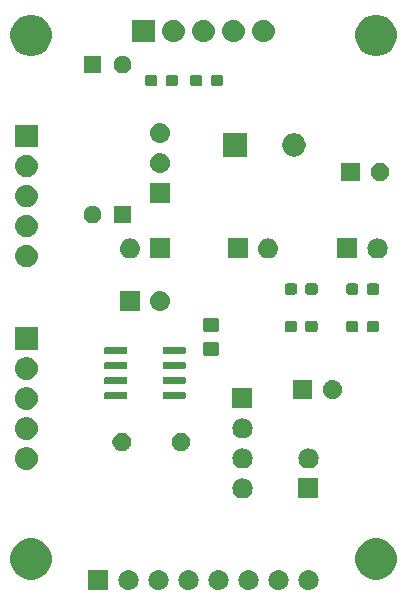
<source format=gbr>
G04 #@! TF.GenerationSoftware,KiCad,Pcbnew,(5.1.2-1)-1*
G04 #@! TF.CreationDate,2019-06-23T15:45:02-04:00*
G04 #@! TF.ProjectId,GR_555_DEV1.0,47525f35-3535-45f4-9445-56312e302e6b,rev?*
G04 #@! TF.SameCoordinates,Original*
G04 #@! TF.FileFunction,Soldermask,Top*
G04 #@! TF.FilePolarity,Negative*
%FSLAX46Y46*%
G04 Gerber Fmt 4.6, Leading zero omitted, Abs format (unit mm)*
G04 Created by KiCad (PCBNEW (5.1.2-1)-1) date 2019-06-23 15:45:02*
%MOMM*%
%LPD*%
G04 APERTURE LIST*
%ADD10C,0.100000*%
G04 APERTURE END LIST*
D10*
G36*
X192698633Y-111303300D02*
G01*
X192826810Y-111342182D01*
X192858855Y-111351903D01*
X192898319Y-111372997D01*
X193006518Y-111430830D01*
X193135948Y-111537052D01*
X193242170Y-111666482D01*
X193272012Y-111722314D01*
X193321097Y-111814145D01*
X193321097Y-111814146D01*
X193369700Y-111974367D01*
X193386112Y-112141000D01*
X193369700Y-112307633D01*
X193330818Y-112435810D01*
X193321097Y-112467855D01*
X193300003Y-112507319D01*
X193242170Y-112615518D01*
X193135948Y-112744948D01*
X193006518Y-112851170D01*
X192898319Y-112909003D01*
X192858855Y-112930097D01*
X192826810Y-112939818D01*
X192698633Y-112978700D01*
X192573753Y-112991000D01*
X192490247Y-112991000D01*
X192365367Y-112978700D01*
X192237190Y-112939818D01*
X192205145Y-112930097D01*
X192165681Y-112909003D01*
X192057482Y-112851170D01*
X191928052Y-112744948D01*
X191821830Y-112615518D01*
X191763997Y-112507319D01*
X191742903Y-112467855D01*
X191733182Y-112435810D01*
X191694300Y-112307633D01*
X191677888Y-112141000D01*
X191694300Y-111974367D01*
X191742903Y-111814146D01*
X191742903Y-111814145D01*
X191791988Y-111722314D01*
X191821830Y-111666482D01*
X191928052Y-111537052D01*
X192057482Y-111430830D01*
X192165681Y-111372997D01*
X192205145Y-111351903D01*
X192237190Y-111342182D01*
X192365367Y-111303300D01*
X192490247Y-111291000D01*
X192573753Y-111291000D01*
X192698633Y-111303300D01*
X192698633Y-111303300D01*
G37*
G36*
X190158633Y-111303300D02*
G01*
X190286810Y-111342182D01*
X190318855Y-111351903D01*
X190358319Y-111372997D01*
X190466518Y-111430830D01*
X190595948Y-111537052D01*
X190702170Y-111666482D01*
X190732012Y-111722314D01*
X190781097Y-111814145D01*
X190781097Y-111814146D01*
X190829700Y-111974367D01*
X190846112Y-112141000D01*
X190829700Y-112307633D01*
X190790818Y-112435810D01*
X190781097Y-112467855D01*
X190760003Y-112507319D01*
X190702170Y-112615518D01*
X190595948Y-112744948D01*
X190466518Y-112851170D01*
X190358319Y-112909003D01*
X190318855Y-112930097D01*
X190286810Y-112939818D01*
X190158633Y-112978700D01*
X190033753Y-112991000D01*
X189950247Y-112991000D01*
X189825367Y-112978700D01*
X189697190Y-112939818D01*
X189665145Y-112930097D01*
X189625681Y-112909003D01*
X189517482Y-112851170D01*
X189388052Y-112744948D01*
X189281830Y-112615518D01*
X189223997Y-112507319D01*
X189202903Y-112467855D01*
X189193182Y-112435810D01*
X189154300Y-112307633D01*
X189137888Y-112141000D01*
X189154300Y-111974367D01*
X189202903Y-111814146D01*
X189202903Y-111814145D01*
X189251988Y-111722314D01*
X189281830Y-111666482D01*
X189388052Y-111537052D01*
X189517482Y-111430830D01*
X189625681Y-111372997D01*
X189665145Y-111351903D01*
X189697190Y-111342182D01*
X189825367Y-111303300D01*
X189950247Y-111291000D01*
X190033753Y-111291000D01*
X190158633Y-111303300D01*
X190158633Y-111303300D01*
G37*
G36*
X187618633Y-111303300D02*
G01*
X187746810Y-111342182D01*
X187778855Y-111351903D01*
X187818319Y-111372997D01*
X187926518Y-111430830D01*
X188055948Y-111537052D01*
X188162170Y-111666482D01*
X188192012Y-111722314D01*
X188241097Y-111814145D01*
X188241097Y-111814146D01*
X188289700Y-111974367D01*
X188306112Y-112141000D01*
X188289700Y-112307633D01*
X188250818Y-112435810D01*
X188241097Y-112467855D01*
X188220003Y-112507319D01*
X188162170Y-112615518D01*
X188055948Y-112744948D01*
X187926518Y-112851170D01*
X187818319Y-112909003D01*
X187778855Y-112930097D01*
X187746810Y-112939818D01*
X187618633Y-112978700D01*
X187493753Y-112991000D01*
X187410247Y-112991000D01*
X187285367Y-112978700D01*
X187157190Y-112939818D01*
X187125145Y-112930097D01*
X187085681Y-112909003D01*
X186977482Y-112851170D01*
X186848052Y-112744948D01*
X186741830Y-112615518D01*
X186683997Y-112507319D01*
X186662903Y-112467855D01*
X186653182Y-112435810D01*
X186614300Y-112307633D01*
X186597888Y-112141000D01*
X186614300Y-111974367D01*
X186662903Y-111814146D01*
X186662903Y-111814145D01*
X186711988Y-111722314D01*
X186741830Y-111666482D01*
X186848052Y-111537052D01*
X186977482Y-111430830D01*
X187085681Y-111372997D01*
X187125145Y-111351903D01*
X187157190Y-111342182D01*
X187285367Y-111303300D01*
X187410247Y-111291000D01*
X187493753Y-111291000D01*
X187618633Y-111303300D01*
X187618633Y-111303300D01*
G37*
G36*
X185078633Y-111303300D02*
G01*
X185206810Y-111342182D01*
X185238855Y-111351903D01*
X185278319Y-111372997D01*
X185386518Y-111430830D01*
X185515948Y-111537052D01*
X185622170Y-111666482D01*
X185652012Y-111722314D01*
X185701097Y-111814145D01*
X185701097Y-111814146D01*
X185749700Y-111974367D01*
X185766112Y-112141000D01*
X185749700Y-112307633D01*
X185710818Y-112435810D01*
X185701097Y-112467855D01*
X185680003Y-112507319D01*
X185622170Y-112615518D01*
X185515948Y-112744948D01*
X185386518Y-112851170D01*
X185278319Y-112909003D01*
X185238855Y-112930097D01*
X185206810Y-112939818D01*
X185078633Y-112978700D01*
X184953753Y-112991000D01*
X184870247Y-112991000D01*
X184745367Y-112978700D01*
X184617190Y-112939818D01*
X184585145Y-112930097D01*
X184545681Y-112909003D01*
X184437482Y-112851170D01*
X184308052Y-112744948D01*
X184201830Y-112615518D01*
X184143997Y-112507319D01*
X184122903Y-112467855D01*
X184113182Y-112435810D01*
X184074300Y-112307633D01*
X184057888Y-112141000D01*
X184074300Y-111974367D01*
X184122903Y-111814146D01*
X184122903Y-111814145D01*
X184171988Y-111722314D01*
X184201830Y-111666482D01*
X184308052Y-111537052D01*
X184437482Y-111430830D01*
X184545681Y-111372997D01*
X184585145Y-111351903D01*
X184617190Y-111342182D01*
X184745367Y-111303300D01*
X184870247Y-111291000D01*
X184953753Y-111291000D01*
X185078633Y-111303300D01*
X185078633Y-111303300D01*
G37*
G36*
X182538633Y-111303300D02*
G01*
X182666810Y-111342182D01*
X182698855Y-111351903D01*
X182738319Y-111372997D01*
X182846518Y-111430830D01*
X182975948Y-111537052D01*
X183082170Y-111666482D01*
X183112012Y-111722314D01*
X183161097Y-111814145D01*
X183161097Y-111814146D01*
X183209700Y-111974367D01*
X183226112Y-112141000D01*
X183209700Y-112307633D01*
X183170818Y-112435810D01*
X183161097Y-112467855D01*
X183140003Y-112507319D01*
X183082170Y-112615518D01*
X182975948Y-112744948D01*
X182846518Y-112851170D01*
X182738319Y-112909003D01*
X182698855Y-112930097D01*
X182666810Y-112939818D01*
X182538633Y-112978700D01*
X182413753Y-112991000D01*
X182330247Y-112991000D01*
X182205367Y-112978700D01*
X182077190Y-112939818D01*
X182045145Y-112930097D01*
X182005681Y-112909003D01*
X181897482Y-112851170D01*
X181768052Y-112744948D01*
X181661830Y-112615518D01*
X181603997Y-112507319D01*
X181582903Y-112467855D01*
X181573182Y-112435810D01*
X181534300Y-112307633D01*
X181517888Y-112141000D01*
X181534300Y-111974367D01*
X181582903Y-111814146D01*
X181582903Y-111814145D01*
X181631988Y-111722314D01*
X181661830Y-111666482D01*
X181768052Y-111537052D01*
X181897482Y-111430830D01*
X182005681Y-111372997D01*
X182045145Y-111351903D01*
X182077190Y-111342182D01*
X182205367Y-111303300D01*
X182330247Y-111291000D01*
X182413753Y-111291000D01*
X182538633Y-111303300D01*
X182538633Y-111303300D01*
G37*
G36*
X179998633Y-111303300D02*
G01*
X180126810Y-111342182D01*
X180158855Y-111351903D01*
X180198319Y-111372997D01*
X180306518Y-111430830D01*
X180435948Y-111537052D01*
X180542170Y-111666482D01*
X180572012Y-111722314D01*
X180621097Y-111814145D01*
X180621097Y-111814146D01*
X180669700Y-111974367D01*
X180686112Y-112141000D01*
X180669700Y-112307633D01*
X180630818Y-112435810D01*
X180621097Y-112467855D01*
X180600003Y-112507319D01*
X180542170Y-112615518D01*
X180435948Y-112744948D01*
X180306518Y-112851170D01*
X180198319Y-112909003D01*
X180158855Y-112930097D01*
X180126810Y-112939818D01*
X179998633Y-112978700D01*
X179873753Y-112991000D01*
X179790247Y-112991000D01*
X179665367Y-112978700D01*
X179537190Y-112939818D01*
X179505145Y-112930097D01*
X179465681Y-112909003D01*
X179357482Y-112851170D01*
X179228052Y-112744948D01*
X179121830Y-112615518D01*
X179063997Y-112507319D01*
X179042903Y-112467855D01*
X179033182Y-112435810D01*
X178994300Y-112307633D01*
X178977888Y-112141000D01*
X178994300Y-111974367D01*
X179042903Y-111814146D01*
X179042903Y-111814145D01*
X179091988Y-111722314D01*
X179121830Y-111666482D01*
X179228052Y-111537052D01*
X179357482Y-111430830D01*
X179465681Y-111372997D01*
X179505145Y-111351903D01*
X179537190Y-111342182D01*
X179665367Y-111303300D01*
X179790247Y-111291000D01*
X179873753Y-111291000D01*
X179998633Y-111303300D01*
X179998633Y-111303300D01*
G37*
G36*
X177458633Y-111303300D02*
G01*
X177586810Y-111342182D01*
X177618855Y-111351903D01*
X177658319Y-111372997D01*
X177766518Y-111430830D01*
X177895948Y-111537052D01*
X178002170Y-111666482D01*
X178032012Y-111722314D01*
X178081097Y-111814145D01*
X178081097Y-111814146D01*
X178129700Y-111974367D01*
X178146112Y-112141000D01*
X178129700Y-112307633D01*
X178090818Y-112435810D01*
X178081097Y-112467855D01*
X178060003Y-112507319D01*
X178002170Y-112615518D01*
X177895948Y-112744948D01*
X177766518Y-112851170D01*
X177658319Y-112909003D01*
X177618855Y-112930097D01*
X177586810Y-112939818D01*
X177458633Y-112978700D01*
X177333753Y-112991000D01*
X177250247Y-112991000D01*
X177125367Y-112978700D01*
X176997190Y-112939818D01*
X176965145Y-112930097D01*
X176925681Y-112909003D01*
X176817482Y-112851170D01*
X176688052Y-112744948D01*
X176581830Y-112615518D01*
X176523997Y-112507319D01*
X176502903Y-112467855D01*
X176493182Y-112435810D01*
X176454300Y-112307633D01*
X176437888Y-112141000D01*
X176454300Y-111974367D01*
X176502903Y-111814146D01*
X176502903Y-111814145D01*
X176551988Y-111722314D01*
X176581830Y-111666482D01*
X176688052Y-111537052D01*
X176817482Y-111430830D01*
X176925681Y-111372997D01*
X176965145Y-111351903D01*
X176997190Y-111342182D01*
X177125367Y-111303300D01*
X177250247Y-111291000D01*
X177333753Y-111291000D01*
X177458633Y-111303300D01*
X177458633Y-111303300D01*
G37*
G36*
X175602000Y-112991000D02*
G01*
X173902000Y-112991000D01*
X173902000Y-111291000D01*
X175602000Y-111291000D01*
X175602000Y-112991000D01*
X175602000Y-112991000D01*
G37*
G36*
X198757456Y-108680251D02*
G01*
X199075937Y-108812170D01*
X199362561Y-109003687D01*
X199606313Y-109247439D01*
X199797830Y-109534063D01*
X199929749Y-109852544D01*
X199997000Y-110190641D01*
X199997000Y-110535359D01*
X199929749Y-110873456D01*
X199797830Y-111191937D01*
X199606313Y-111478561D01*
X199362561Y-111722313D01*
X199075937Y-111913830D01*
X198757456Y-112045749D01*
X198419360Y-112113000D01*
X198074640Y-112113000D01*
X197736544Y-112045749D01*
X197418063Y-111913830D01*
X197131439Y-111722313D01*
X196887687Y-111478561D01*
X196696170Y-111191937D01*
X196564251Y-110873456D01*
X196497000Y-110535359D01*
X196497000Y-110190641D01*
X196564251Y-109852544D01*
X196696170Y-109534063D01*
X196887687Y-109247439D01*
X197131439Y-109003687D01*
X197418063Y-108812170D01*
X197736544Y-108680251D01*
X198074640Y-108613000D01*
X198419360Y-108613000D01*
X198757456Y-108680251D01*
X198757456Y-108680251D01*
G37*
G36*
X169547456Y-108680251D02*
G01*
X169865937Y-108812170D01*
X170152561Y-109003687D01*
X170396313Y-109247439D01*
X170587830Y-109534063D01*
X170719749Y-109852544D01*
X170787000Y-110190641D01*
X170787000Y-110535359D01*
X170719749Y-110873456D01*
X170587830Y-111191937D01*
X170396313Y-111478561D01*
X170152561Y-111722313D01*
X169865937Y-111913830D01*
X169547456Y-112045749D01*
X169209360Y-112113000D01*
X168864640Y-112113000D01*
X168526544Y-112045749D01*
X168208063Y-111913830D01*
X167921439Y-111722313D01*
X167677687Y-111478561D01*
X167486170Y-111191937D01*
X167354251Y-110873456D01*
X167287000Y-110535359D01*
X167287000Y-110190641D01*
X167354251Y-109852544D01*
X167486170Y-109534063D01*
X167677687Y-109247439D01*
X167921439Y-109003687D01*
X168208063Y-108812170D01*
X168526544Y-108680251D01*
X168864640Y-108613000D01*
X169209360Y-108613000D01*
X169547456Y-108680251D01*
X169547456Y-108680251D01*
G37*
G36*
X187110633Y-103556300D02*
G01*
X187238810Y-103595182D01*
X187270855Y-103604903D01*
X187310319Y-103625997D01*
X187418518Y-103683830D01*
X187547948Y-103790052D01*
X187654170Y-103919482D01*
X187712003Y-104027682D01*
X187733097Y-104067145D01*
X187733097Y-104067146D01*
X187781700Y-104227367D01*
X187798112Y-104394000D01*
X187781700Y-104560633D01*
X187742818Y-104688810D01*
X187733097Y-104720855D01*
X187712003Y-104760319D01*
X187654170Y-104868518D01*
X187547948Y-104997948D01*
X187418518Y-105104170D01*
X187310319Y-105162003D01*
X187270855Y-105183097D01*
X187238810Y-105192818D01*
X187110633Y-105231700D01*
X186985753Y-105244000D01*
X186902247Y-105244000D01*
X186777367Y-105231700D01*
X186649190Y-105192818D01*
X186617145Y-105183097D01*
X186577681Y-105162003D01*
X186469482Y-105104170D01*
X186340052Y-104997948D01*
X186233830Y-104868518D01*
X186175997Y-104760319D01*
X186154903Y-104720855D01*
X186145182Y-104688810D01*
X186106300Y-104560633D01*
X186089888Y-104394000D01*
X186106300Y-104227367D01*
X186154903Y-104067146D01*
X186154903Y-104067145D01*
X186175997Y-104027681D01*
X186233830Y-103919482D01*
X186340052Y-103790052D01*
X186469482Y-103683830D01*
X186577682Y-103625997D01*
X186617145Y-103604903D01*
X186649190Y-103595182D01*
X186777367Y-103556300D01*
X186902247Y-103544000D01*
X186985753Y-103544000D01*
X187110633Y-103556300D01*
X187110633Y-103556300D01*
G37*
G36*
X193382000Y-105244000D02*
G01*
X191682000Y-105244000D01*
X191682000Y-103544000D01*
X193382000Y-103544000D01*
X193382000Y-105244000D01*
X193382000Y-105244000D01*
G37*
G36*
X168842232Y-100917746D02*
G01*
X168940960Y-100947695D01*
X169021306Y-100972067D01*
X169021308Y-100972068D01*
X169186345Y-101060282D01*
X169331001Y-101178999D01*
X169449718Y-101323655D01*
X169537932Y-101488692D01*
X169592254Y-101667768D01*
X169610596Y-101854000D01*
X169592254Y-102040232D01*
X169537932Y-102219308D01*
X169449718Y-102384345D01*
X169331001Y-102529001D01*
X169186345Y-102647718D01*
X169186343Y-102647719D01*
X169021306Y-102735933D01*
X168940960Y-102760305D01*
X168842232Y-102790254D01*
X168702665Y-102804000D01*
X168609335Y-102804000D01*
X168469768Y-102790254D01*
X168371040Y-102760305D01*
X168290694Y-102735933D01*
X168125657Y-102647719D01*
X168125655Y-102647718D01*
X167980999Y-102529001D01*
X167862282Y-102384345D01*
X167774068Y-102219308D01*
X167719746Y-102040232D01*
X167701404Y-101854000D01*
X167719746Y-101667768D01*
X167774068Y-101488692D01*
X167862282Y-101323655D01*
X167980999Y-101178999D01*
X168125655Y-101060282D01*
X168290692Y-100972068D01*
X168290694Y-100972067D01*
X168371040Y-100947695D01*
X168469768Y-100917746D01*
X168609335Y-100904000D01*
X168702665Y-100904000D01*
X168842232Y-100917746D01*
X168842232Y-100917746D01*
G37*
G36*
X187110633Y-101016300D02*
G01*
X187238810Y-101055182D01*
X187270855Y-101064903D01*
X187310319Y-101085997D01*
X187418518Y-101143830D01*
X187547948Y-101250052D01*
X187654170Y-101379482D01*
X187712003Y-101487682D01*
X187733097Y-101527145D01*
X187733097Y-101527146D01*
X187781700Y-101687367D01*
X187798112Y-101854000D01*
X187781700Y-102020633D01*
X187742818Y-102148810D01*
X187733097Y-102180855D01*
X187712544Y-102219306D01*
X187654170Y-102328518D01*
X187547948Y-102457948D01*
X187418518Y-102564170D01*
X187310319Y-102622003D01*
X187270855Y-102643097D01*
X187238810Y-102652818D01*
X187110633Y-102691700D01*
X186985753Y-102704000D01*
X186902247Y-102704000D01*
X186777367Y-102691700D01*
X186649190Y-102652818D01*
X186617145Y-102643097D01*
X186577681Y-102622003D01*
X186469482Y-102564170D01*
X186340052Y-102457948D01*
X186233830Y-102328518D01*
X186175456Y-102219306D01*
X186154903Y-102180855D01*
X186145182Y-102148810D01*
X186106300Y-102020633D01*
X186089888Y-101854000D01*
X186106300Y-101687367D01*
X186154903Y-101527146D01*
X186154903Y-101527145D01*
X186175997Y-101487682D01*
X186233830Y-101379482D01*
X186340052Y-101250052D01*
X186469482Y-101143830D01*
X186577681Y-101085997D01*
X186617145Y-101064903D01*
X186649190Y-101055182D01*
X186777367Y-101016300D01*
X186902247Y-101004000D01*
X186985753Y-101004000D01*
X187110633Y-101016300D01*
X187110633Y-101016300D01*
G37*
G36*
X192698633Y-101016300D02*
G01*
X192826810Y-101055182D01*
X192858855Y-101064903D01*
X192898319Y-101085997D01*
X193006518Y-101143830D01*
X193135948Y-101250052D01*
X193242170Y-101379482D01*
X193300003Y-101487682D01*
X193321097Y-101527145D01*
X193321097Y-101527146D01*
X193369700Y-101687367D01*
X193386112Y-101854000D01*
X193369700Y-102020633D01*
X193330818Y-102148810D01*
X193321097Y-102180855D01*
X193300544Y-102219306D01*
X193242170Y-102328518D01*
X193135948Y-102457948D01*
X193006518Y-102564170D01*
X192898319Y-102622003D01*
X192858855Y-102643097D01*
X192826810Y-102652818D01*
X192698633Y-102691700D01*
X192573753Y-102704000D01*
X192490247Y-102704000D01*
X192365367Y-102691700D01*
X192237190Y-102652818D01*
X192205145Y-102643097D01*
X192165681Y-102622003D01*
X192057482Y-102564170D01*
X191928052Y-102457948D01*
X191821830Y-102328518D01*
X191763456Y-102219306D01*
X191742903Y-102180855D01*
X191733182Y-102148810D01*
X191694300Y-102020633D01*
X191677888Y-101854000D01*
X191694300Y-101687367D01*
X191742903Y-101527146D01*
X191742903Y-101527145D01*
X191763997Y-101487682D01*
X191821830Y-101379482D01*
X191928052Y-101250052D01*
X192057482Y-101143830D01*
X192165681Y-101085997D01*
X192205145Y-101064903D01*
X192237190Y-101055182D01*
X192365367Y-101016300D01*
X192490247Y-101004000D01*
X192573753Y-101004000D01*
X192698633Y-101016300D01*
X192698633Y-101016300D01*
G37*
G36*
X176970351Y-99687743D02*
G01*
X177073300Y-99730386D01*
X177115943Y-99748049D01*
X177246971Y-99835600D01*
X177358400Y-99947029D01*
X177445951Y-100078057D01*
X177445951Y-100078058D01*
X177506257Y-100223649D01*
X177537000Y-100378207D01*
X177537000Y-100535793D01*
X177506257Y-100690351D01*
X177463614Y-100793300D01*
X177445951Y-100835943D01*
X177358400Y-100966971D01*
X177246971Y-101078400D01*
X177115943Y-101165951D01*
X177084439Y-101179000D01*
X176970351Y-101226257D01*
X176815793Y-101257000D01*
X176658207Y-101257000D01*
X176503649Y-101226257D01*
X176389561Y-101179000D01*
X176358057Y-101165951D01*
X176227029Y-101078400D01*
X176115600Y-100966971D01*
X176028049Y-100835943D01*
X176010386Y-100793300D01*
X175967743Y-100690351D01*
X175937000Y-100535793D01*
X175937000Y-100378207D01*
X175967743Y-100223649D01*
X176028049Y-100078058D01*
X176028049Y-100078057D01*
X176115600Y-99947029D01*
X176227029Y-99835600D01*
X176358057Y-99748049D01*
X176400700Y-99730386D01*
X176503649Y-99687743D01*
X176658207Y-99657000D01*
X176815793Y-99657000D01*
X176970351Y-99687743D01*
X176970351Y-99687743D01*
G37*
G36*
X181970351Y-99687743D02*
G01*
X182073300Y-99730386D01*
X182115943Y-99748049D01*
X182246971Y-99835600D01*
X182358400Y-99947029D01*
X182445951Y-100078057D01*
X182445951Y-100078058D01*
X182506257Y-100223649D01*
X182537000Y-100378207D01*
X182537000Y-100535793D01*
X182506257Y-100690351D01*
X182463614Y-100793300D01*
X182445951Y-100835943D01*
X182358400Y-100966971D01*
X182246971Y-101078400D01*
X182115943Y-101165951D01*
X182084439Y-101179000D01*
X181970351Y-101226257D01*
X181815793Y-101257000D01*
X181658207Y-101257000D01*
X181503649Y-101226257D01*
X181389561Y-101179000D01*
X181358057Y-101165951D01*
X181227029Y-101078400D01*
X181115600Y-100966971D01*
X181028049Y-100835943D01*
X181010386Y-100793300D01*
X180967743Y-100690351D01*
X180937000Y-100535793D01*
X180937000Y-100378207D01*
X180967743Y-100223649D01*
X181028049Y-100078058D01*
X181028049Y-100078057D01*
X181115600Y-99947029D01*
X181227029Y-99835600D01*
X181358057Y-99748049D01*
X181400700Y-99730386D01*
X181503649Y-99687743D01*
X181658207Y-99657000D01*
X181815793Y-99657000D01*
X181970351Y-99687743D01*
X181970351Y-99687743D01*
G37*
G36*
X168842232Y-98377746D02*
G01*
X168940960Y-98407695D01*
X169021306Y-98432067D01*
X169021308Y-98432068D01*
X169186345Y-98520282D01*
X169331001Y-98638999D01*
X169449718Y-98783655D01*
X169537932Y-98948692D01*
X169592254Y-99127768D01*
X169610596Y-99314000D01*
X169592254Y-99500232D01*
X169537932Y-99679308D01*
X169449718Y-99844345D01*
X169331001Y-99989001D01*
X169186345Y-100107718D01*
X169186343Y-100107719D01*
X169021306Y-100195933D01*
X168940960Y-100220305D01*
X168842232Y-100250254D01*
X168702665Y-100264000D01*
X168609335Y-100264000D01*
X168469768Y-100250254D01*
X168371040Y-100220305D01*
X168290694Y-100195933D01*
X168125657Y-100107719D01*
X168125655Y-100107718D01*
X167980999Y-99989001D01*
X167862282Y-99844345D01*
X167774068Y-99679308D01*
X167719746Y-99500232D01*
X167701404Y-99314000D01*
X167719746Y-99127768D01*
X167774068Y-98948692D01*
X167862282Y-98783655D01*
X167980999Y-98638999D01*
X168125655Y-98520282D01*
X168290692Y-98432068D01*
X168290694Y-98432067D01*
X168371040Y-98407695D01*
X168469768Y-98377746D01*
X168609335Y-98364000D01*
X168702665Y-98364000D01*
X168842232Y-98377746D01*
X168842232Y-98377746D01*
G37*
G36*
X187110633Y-98476300D02*
G01*
X187238810Y-98515182D01*
X187270855Y-98524903D01*
X187310319Y-98545997D01*
X187418518Y-98603830D01*
X187547948Y-98710052D01*
X187654170Y-98839482D01*
X187712003Y-98947682D01*
X187733097Y-98987145D01*
X187733097Y-98987146D01*
X187781700Y-99147367D01*
X187798112Y-99314000D01*
X187781700Y-99480633D01*
X187742818Y-99608810D01*
X187733097Y-99640855D01*
X187724467Y-99657000D01*
X187654170Y-99788518D01*
X187547948Y-99917948D01*
X187418518Y-100024170D01*
X187317701Y-100078057D01*
X187270855Y-100103097D01*
X187238810Y-100112818D01*
X187110633Y-100151700D01*
X186985753Y-100164000D01*
X186902247Y-100164000D01*
X186777367Y-100151700D01*
X186649190Y-100112818D01*
X186617145Y-100103097D01*
X186570299Y-100078057D01*
X186469482Y-100024170D01*
X186340052Y-99917948D01*
X186233830Y-99788518D01*
X186163533Y-99657000D01*
X186154903Y-99640855D01*
X186145182Y-99608810D01*
X186106300Y-99480633D01*
X186089888Y-99314000D01*
X186106300Y-99147367D01*
X186154903Y-98987146D01*
X186154903Y-98987145D01*
X186175997Y-98947682D01*
X186233830Y-98839482D01*
X186340052Y-98710052D01*
X186469482Y-98603830D01*
X186577681Y-98545997D01*
X186617145Y-98524903D01*
X186649190Y-98515182D01*
X186777367Y-98476300D01*
X186902247Y-98464000D01*
X186985753Y-98464000D01*
X187110633Y-98476300D01*
X187110633Y-98476300D01*
G37*
G36*
X168842232Y-95837746D02*
G01*
X168940960Y-95867695D01*
X169021306Y-95892067D01*
X169021308Y-95892068D01*
X169186345Y-95980282D01*
X169331001Y-96098999D01*
X169449718Y-96243655D01*
X169537932Y-96408692D01*
X169592254Y-96587768D01*
X169610596Y-96774000D01*
X169592254Y-96960232D01*
X169537932Y-97139308D01*
X169449718Y-97304345D01*
X169331001Y-97449001D01*
X169186345Y-97567718D01*
X169186343Y-97567719D01*
X169021306Y-97655933D01*
X168940960Y-97680305D01*
X168842232Y-97710254D01*
X168702665Y-97724000D01*
X168609335Y-97724000D01*
X168469768Y-97710254D01*
X168371040Y-97680305D01*
X168290694Y-97655933D01*
X168125657Y-97567719D01*
X168125655Y-97567718D01*
X167980999Y-97449001D01*
X167862282Y-97304345D01*
X167774068Y-97139308D01*
X167719746Y-96960232D01*
X167701404Y-96774000D01*
X167719746Y-96587768D01*
X167774068Y-96408692D01*
X167862282Y-96243655D01*
X167980999Y-96098999D01*
X168125655Y-95980282D01*
X168290692Y-95892068D01*
X168290694Y-95892067D01*
X168371040Y-95867695D01*
X168469768Y-95837746D01*
X168609335Y-95824000D01*
X168702665Y-95824000D01*
X168842232Y-95837746D01*
X168842232Y-95837746D01*
G37*
G36*
X187794000Y-97624000D02*
G01*
X186094000Y-97624000D01*
X186094000Y-95924000D01*
X187794000Y-95924000D01*
X187794000Y-97624000D01*
X187794000Y-97624000D01*
G37*
G36*
X182033565Y-96222698D02*
G01*
X182058091Y-96230138D01*
X182080698Y-96242222D01*
X182100515Y-96258485D01*
X182116778Y-96278302D01*
X182128862Y-96300909D01*
X182136302Y-96325435D01*
X182139000Y-96352826D01*
X182139000Y-96687174D01*
X182136302Y-96714565D01*
X182128862Y-96739091D01*
X182116778Y-96761698D01*
X182100515Y-96781515D01*
X182080698Y-96797778D01*
X182058091Y-96809862D01*
X182033565Y-96817302D01*
X182006174Y-96820000D01*
X180321826Y-96820000D01*
X180294435Y-96817302D01*
X180269909Y-96809862D01*
X180247302Y-96797778D01*
X180227485Y-96781515D01*
X180211222Y-96761698D01*
X180199138Y-96739091D01*
X180191698Y-96714565D01*
X180189000Y-96687174D01*
X180189000Y-96352826D01*
X180191698Y-96325435D01*
X180199138Y-96300909D01*
X180211222Y-96278302D01*
X180227485Y-96258485D01*
X180247302Y-96242222D01*
X180269909Y-96230138D01*
X180294435Y-96222698D01*
X180321826Y-96220000D01*
X182006174Y-96220000D01*
X182033565Y-96222698D01*
X182033565Y-96222698D01*
G37*
G36*
X177083565Y-96222698D02*
G01*
X177108091Y-96230138D01*
X177130698Y-96242222D01*
X177150515Y-96258485D01*
X177166778Y-96278302D01*
X177178862Y-96300909D01*
X177186302Y-96325435D01*
X177189000Y-96352826D01*
X177189000Y-96687174D01*
X177186302Y-96714565D01*
X177178862Y-96739091D01*
X177166778Y-96761698D01*
X177150515Y-96781515D01*
X177130698Y-96797778D01*
X177108091Y-96809862D01*
X177083565Y-96817302D01*
X177056174Y-96820000D01*
X175371826Y-96820000D01*
X175344435Y-96817302D01*
X175319909Y-96809862D01*
X175297302Y-96797778D01*
X175277485Y-96781515D01*
X175261222Y-96761698D01*
X175249138Y-96739091D01*
X175241698Y-96714565D01*
X175239000Y-96687174D01*
X175239000Y-96352826D01*
X175241698Y-96325435D01*
X175249138Y-96300909D01*
X175261222Y-96278302D01*
X175277485Y-96258485D01*
X175297302Y-96242222D01*
X175319909Y-96230138D01*
X175344435Y-96222698D01*
X175371826Y-96220000D01*
X177056174Y-96220000D01*
X177083565Y-96222698D01*
X177083565Y-96222698D01*
G37*
G36*
X194797351Y-95242743D02*
G01*
X194900300Y-95285386D01*
X194942943Y-95303049D01*
X195030493Y-95361549D01*
X195073970Y-95390599D01*
X195185401Y-95502030D01*
X195214451Y-95545507D01*
X195272951Y-95633057D01*
X195272951Y-95633058D01*
X195333257Y-95778649D01*
X195364000Y-95933207D01*
X195364000Y-96090793D01*
X195333257Y-96245351D01*
X195300085Y-96325435D01*
X195272951Y-96390943D01*
X195185400Y-96521971D01*
X195073971Y-96633400D01*
X194942943Y-96720951D01*
X194927366Y-96727403D01*
X194797351Y-96781257D01*
X194642793Y-96812000D01*
X194485207Y-96812000D01*
X194330649Y-96781257D01*
X194200634Y-96727403D01*
X194185057Y-96720951D01*
X194054029Y-96633400D01*
X193942600Y-96521971D01*
X193855049Y-96390943D01*
X193827915Y-96325435D01*
X193794743Y-96245351D01*
X193764000Y-96090793D01*
X193764000Y-95933207D01*
X193794743Y-95778649D01*
X193855049Y-95633058D01*
X193855049Y-95633057D01*
X193913549Y-95545507D01*
X193942599Y-95502030D01*
X194054030Y-95390599D01*
X194097507Y-95361549D01*
X194185057Y-95303049D01*
X194227700Y-95285386D01*
X194330649Y-95242743D01*
X194485207Y-95212000D01*
X194642793Y-95212000D01*
X194797351Y-95242743D01*
X194797351Y-95242743D01*
G37*
G36*
X192864000Y-96812000D02*
G01*
X191264000Y-96812000D01*
X191264000Y-95212000D01*
X192864000Y-95212000D01*
X192864000Y-96812000D01*
X192864000Y-96812000D01*
G37*
G36*
X182033565Y-94952698D02*
G01*
X182058091Y-94960138D01*
X182080698Y-94972222D01*
X182100515Y-94988485D01*
X182116778Y-95008302D01*
X182128862Y-95030909D01*
X182136302Y-95055435D01*
X182139000Y-95082826D01*
X182139000Y-95417174D01*
X182136302Y-95444565D01*
X182128862Y-95469091D01*
X182116778Y-95491698D01*
X182100515Y-95511515D01*
X182080698Y-95527778D01*
X182058091Y-95539862D01*
X182033565Y-95547302D01*
X182006174Y-95550000D01*
X180321826Y-95550000D01*
X180294435Y-95547302D01*
X180269909Y-95539862D01*
X180247302Y-95527778D01*
X180227485Y-95511515D01*
X180211222Y-95491698D01*
X180199138Y-95469091D01*
X180191698Y-95444565D01*
X180189000Y-95417174D01*
X180189000Y-95082826D01*
X180191698Y-95055435D01*
X180199138Y-95030909D01*
X180211222Y-95008302D01*
X180227485Y-94988485D01*
X180247302Y-94972222D01*
X180269909Y-94960138D01*
X180294435Y-94952698D01*
X180321826Y-94950000D01*
X182006174Y-94950000D01*
X182033565Y-94952698D01*
X182033565Y-94952698D01*
G37*
G36*
X177083565Y-94952698D02*
G01*
X177108091Y-94960138D01*
X177130698Y-94972222D01*
X177150515Y-94988485D01*
X177166778Y-95008302D01*
X177178862Y-95030909D01*
X177186302Y-95055435D01*
X177189000Y-95082826D01*
X177189000Y-95417174D01*
X177186302Y-95444565D01*
X177178862Y-95469091D01*
X177166778Y-95491698D01*
X177150515Y-95511515D01*
X177130698Y-95527778D01*
X177108091Y-95539862D01*
X177083565Y-95547302D01*
X177056174Y-95550000D01*
X175371826Y-95550000D01*
X175344435Y-95547302D01*
X175319909Y-95539862D01*
X175297302Y-95527778D01*
X175277485Y-95511515D01*
X175261222Y-95491698D01*
X175249138Y-95469091D01*
X175241698Y-95444565D01*
X175239000Y-95417174D01*
X175239000Y-95082826D01*
X175241698Y-95055435D01*
X175249138Y-95030909D01*
X175261222Y-95008302D01*
X175277485Y-94988485D01*
X175297302Y-94972222D01*
X175319909Y-94960138D01*
X175344435Y-94952698D01*
X175371826Y-94950000D01*
X177056174Y-94950000D01*
X177083565Y-94952698D01*
X177083565Y-94952698D01*
G37*
G36*
X168842232Y-93297746D02*
G01*
X168940960Y-93327695D01*
X169021306Y-93352067D01*
X169021308Y-93352068D01*
X169186345Y-93440282D01*
X169331001Y-93558999D01*
X169449718Y-93703655D01*
X169537932Y-93868692D01*
X169592254Y-94047768D01*
X169610596Y-94234000D01*
X169592254Y-94420232D01*
X169537932Y-94599308D01*
X169449718Y-94764345D01*
X169331001Y-94909001D01*
X169186345Y-95027718D01*
X169186343Y-95027719D01*
X169021306Y-95115933D01*
X168940960Y-95140305D01*
X168842232Y-95170254D01*
X168702665Y-95184000D01*
X168609335Y-95184000D01*
X168469768Y-95170254D01*
X168371040Y-95140305D01*
X168290694Y-95115933D01*
X168125657Y-95027719D01*
X168125655Y-95027718D01*
X167980999Y-94909001D01*
X167862282Y-94764345D01*
X167774068Y-94599308D01*
X167719746Y-94420232D01*
X167701404Y-94234000D01*
X167719746Y-94047768D01*
X167774068Y-93868692D01*
X167862282Y-93703655D01*
X167980999Y-93558999D01*
X168125655Y-93440282D01*
X168290692Y-93352068D01*
X168290694Y-93352067D01*
X168371040Y-93327695D01*
X168469768Y-93297746D01*
X168609335Y-93284000D01*
X168702665Y-93284000D01*
X168842232Y-93297746D01*
X168842232Y-93297746D01*
G37*
G36*
X177083565Y-93682698D02*
G01*
X177108091Y-93690138D01*
X177130698Y-93702222D01*
X177150515Y-93718485D01*
X177166778Y-93738302D01*
X177178862Y-93760909D01*
X177186302Y-93785435D01*
X177189000Y-93812826D01*
X177189000Y-94147174D01*
X177186302Y-94174565D01*
X177178862Y-94199091D01*
X177166778Y-94221698D01*
X177150515Y-94241515D01*
X177130698Y-94257778D01*
X177108091Y-94269862D01*
X177083565Y-94277302D01*
X177056174Y-94280000D01*
X175371826Y-94280000D01*
X175344435Y-94277302D01*
X175319909Y-94269862D01*
X175297302Y-94257778D01*
X175277485Y-94241515D01*
X175261222Y-94221698D01*
X175249138Y-94199091D01*
X175241698Y-94174565D01*
X175239000Y-94147174D01*
X175239000Y-93812826D01*
X175241698Y-93785435D01*
X175249138Y-93760909D01*
X175261222Y-93738302D01*
X175277485Y-93718485D01*
X175297302Y-93702222D01*
X175319909Y-93690138D01*
X175344435Y-93682698D01*
X175371826Y-93680000D01*
X177056174Y-93680000D01*
X177083565Y-93682698D01*
X177083565Y-93682698D01*
G37*
G36*
X182033565Y-93682698D02*
G01*
X182058091Y-93690138D01*
X182080698Y-93702222D01*
X182100515Y-93718485D01*
X182116778Y-93738302D01*
X182128862Y-93760909D01*
X182136302Y-93785435D01*
X182139000Y-93812826D01*
X182139000Y-94147174D01*
X182136302Y-94174565D01*
X182128862Y-94199091D01*
X182116778Y-94221698D01*
X182100515Y-94241515D01*
X182080698Y-94257778D01*
X182058091Y-94269862D01*
X182033565Y-94277302D01*
X182006174Y-94280000D01*
X180321826Y-94280000D01*
X180294435Y-94277302D01*
X180269909Y-94269862D01*
X180247302Y-94257778D01*
X180227485Y-94241515D01*
X180211222Y-94221698D01*
X180199138Y-94199091D01*
X180191698Y-94174565D01*
X180189000Y-94147174D01*
X180189000Y-93812826D01*
X180191698Y-93785435D01*
X180199138Y-93760909D01*
X180211222Y-93738302D01*
X180227485Y-93718485D01*
X180247302Y-93702222D01*
X180269909Y-93690138D01*
X180294435Y-93682698D01*
X180321826Y-93680000D01*
X182006174Y-93680000D01*
X182033565Y-93682698D01*
X182033565Y-93682698D01*
G37*
G36*
X184793071Y-92021571D02*
G01*
X184835897Y-92034562D01*
X184875359Y-92055655D01*
X184909953Y-92084047D01*
X184938345Y-92118641D01*
X184959438Y-92158103D01*
X184972429Y-92200929D01*
X184977000Y-92247341D01*
X184977000Y-92936659D01*
X184972429Y-92983071D01*
X184959438Y-93025897D01*
X184938345Y-93065359D01*
X184909953Y-93099953D01*
X184875359Y-93128345D01*
X184835897Y-93149438D01*
X184793071Y-93162429D01*
X184746659Y-93167000D01*
X183807341Y-93167000D01*
X183760929Y-93162429D01*
X183718103Y-93149438D01*
X183678641Y-93128345D01*
X183644047Y-93099953D01*
X183615655Y-93065359D01*
X183594562Y-93025897D01*
X183581571Y-92983071D01*
X183577000Y-92936659D01*
X183577000Y-92247341D01*
X183581571Y-92200929D01*
X183594562Y-92158103D01*
X183615655Y-92118641D01*
X183644047Y-92084047D01*
X183678641Y-92055655D01*
X183718103Y-92034562D01*
X183760929Y-92021571D01*
X183807341Y-92017000D01*
X184746659Y-92017000D01*
X184793071Y-92021571D01*
X184793071Y-92021571D01*
G37*
G36*
X182033565Y-92412698D02*
G01*
X182058091Y-92420138D01*
X182080698Y-92432222D01*
X182100515Y-92448485D01*
X182116778Y-92468302D01*
X182128862Y-92490909D01*
X182136302Y-92515435D01*
X182139000Y-92542826D01*
X182139000Y-92877174D01*
X182136302Y-92904565D01*
X182128862Y-92929091D01*
X182116778Y-92951698D01*
X182100515Y-92971515D01*
X182080698Y-92987778D01*
X182058091Y-92999862D01*
X182033565Y-93007302D01*
X182006174Y-93010000D01*
X180321826Y-93010000D01*
X180294435Y-93007302D01*
X180269909Y-92999862D01*
X180247302Y-92987778D01*
X180227485Y-92971515D01*
X180211222Y-92951698D01*
X180199138Y-92929091D01*
X180191698Y-92904565D01*
X180189000Y-92877174D01*
X180189000Y-92542826D01*
X180191698Y-92515435D01*
X180199138Y-92490909D01*
X180211222Y-92468302D01*
X180227485Y-92448485D01*
X180247302Y-92432222D01*
X180269909Y-92420138D01*
X180294435Y-92412698D01*
X180321826Y-92410000D01*
X182006174Y-92410000D01*
X182033565Y-92412698D01*
X182033565Y-92412698D01*
G37*
G36*
X177083565Y-92412698D02*
G01*
X177108091Y-92420138D01*
X177130698Y-92432222D01*
X177150515Y-92448485D01*
X177166778Y-92468302D01*
X177178862Y-92490909D01*
X177186302Y-92515435D01*
X177189000Y-92542826D01*
X177189000Y-92877174D01*
X177186302Y-92904565D01*
X177178862Y-92929091D01*
X177166778Y-92951698D01*
X177150515Y-92971515D01*
X177130698Y-92987778D01*
X177108091Y-92999862D01*
X177083565Y-93007302D01*
X177056174Y-93010000D01*
X175371826Y-93010000D01*
X175344435Y-93007302D01*
X175319909Y-92999862D01*
X175297302Y-92987778D01*
X175277485Y-92971515D01*
X175261222Y-92951698D01*
X175249138Y-92929091D01*
X175241698Y-92904565D01*
X175239000Y-92877174D01*
X175239000Y-92542826D01*
X175241698Y-92515435D01*
X175249138Y-92490909D01*
X175261222Y-92468302D01*
X175277485Y-92448485D01*
X175297302Y-92432222D01*
X175319909Y-92420138D01*
X175344435Y-92412698D01*
X175371826Y-92410000D01*
X177056174Y-92410000D01*
X177083565Y-92412698D01*
X177083565Y-92412698D01*
G37*
G36*
X169606000Y-92644000D02*
G01*
X167706000Y-92644000D01*
X167706000Y-90744000D01*
X169606000Y-90744000D01*
X169606000Y-92644000D01*
X169606000Y-92644000D01*
G37*
G36*
X198328132Y-90207379D02*
G01*
X198369077Y-90219800D01*
X198406812Y-90239969D01*
X198439887Y-90267113D01*
X198467031Y-90300188D01*
X198487200Y-90337923D01*
X198499621Y-90378868D01*
X198504000Y-90423327D01*
X198504000Y-90932673D01*
X198499621Y-90977132D01*
X198487200Y-91018077D01*
X198467031Y-91055812D01*
X198439887Y-91088887D01*
X198406812Y-91116031D01*
X198369077Y-91136200D01*
X198328132Y-91148621D01*
X198283673Y-91153000D01*
X197674327Y-91153000D01*
X197629868Y-91148621D01*
X197588923Y-91136200D01*
X197551188Y-91116031D01*
X197518113Y-91088887D01*
X197490969Y-91055812D01*
X197470800Y-91018077D01*
X197458379Y-90977132D01*
X197454000Y-90932673D01*
X197454000Y-90423327D01*
X197458379Y-90378868D01*
X197470800Y-90337923D01*
X197490969Y-90300188D01*
X197518113Y-90267113D01*
X197551188Y-90239969D01*
X197588923Y-90219800D01*
X197629868Y-90207379D01*
X197674327Y-90203000D01*
X198283673Y-90203000D01*
X198328132Y-90207379D01*
X198328132Y-90207379D01*
G37*
G36*
X191385132Y-90207379D02*
G01*
X191426077Y-90219800D01*
X191463812Y-90239969D01*
X191496887Y-90267113D01*
X191524031Y-90300188D01*
X191544200Y-90337923D01*
X191556621Y-90378868D01*
X191561000Y-90423327D01*
X191561000Y-90932673D01*
X191556621Y-90977132D01*
X191544200Y-91018077D01*
X191524031Y-91055812D01*
X191496887Y-91088887D01*
X191463812Y-91116031D01*
X191426077Y-91136200D01*
X191385132Y-91148621D01*
X191340673Y-91153000D01*
X190731327Y-91153000D01*
X190686868Y-91148621D01*
X190645923Y-91136200D01*
X190608188Y-91116031D01*
X190575113Y-91088887D01*
X190547969Y-91055812D01*
X190527800Y-91018077D01*
X190515379Y-90977132D01*
X190511000Y-90932673D01*
X190511000Y-90423327D01*
X190515379Y-90378868D01*
X190527800Y-90337923D01*
X190547969Y-90300188D01*
X190575113Y-90267113D01*
X190608188Y-90239969D01*
X190645923Y-90219800D01*
X190686868Y-90207379D01*
X190731327Y-90203000D01*
X191340673Y-90203000D01*
X191385132Y-90207379D01*
X191385132Y-90207379D01*
G37*
G36*
X193135132Y-90207379D02*
G01*
X193176077Y-90219800D01*
X193213812Y-90239969D01*
X193246887Y-90267113D01*
X193274031Y-90300188D01*
X193294200Y-90337923D01*
X193306621Y-90378868D01*
X193311000Y-90423327D01*
X193311000Y-90932673D01*
X193306621Y-90977132D01*
X193294200Y-91018077D01*
X193274031Y-91055812D01*
X193246887Y-91088887D01*
X193213812Y-91116031D01*
X193176077Y-91136200D01*
X193135132Y-91148621D01*
X193090673Y-91153000D01*
X192481327Y-91153000D01*
X192436868Y-91148621D01*
X192395923Y-91136200D01*
X192358188Y-91116031D01*
X192325113Y-91088887D01*
X192297969Y-91055812D01*
X192277800Y-91018077D01*
X192265379Y-90977132D01*
X192261000Y-90932673D01*
X192261000Y-90423327D01*
X192265379Y-90378868D01*
X192277800Y-90337923D01*
X192297969Y-90300188D01*
X192325113Y-90267113D01*
X192358188Y-90239969D01*
X192395923Y-90219800D01*
X192436868Y-90207379D01*
X192481327Y-90203000D01*
X193090673Y-90203000D01*
X193135132Y-90207379D01*
X193135132Y-90207379D01*
G37*
G36*
X196578132Y-90207379D02*
G01*
X196619077Y-90219800D01*
X196656812Y-90239969D01*
X196689887Y-90267113D01*
X196717031Y-90300188D01*
X196737200Y-90337923D01*
X196749621Y-90378868D01*
X196754000Y-90423327D01*
X196754000Y-90932673D01*
X196749621Y-90977132D01*
X196737200Y-91018077D01*
X196717031Y-91055812D01*
X196689887Y-91088887D01*
X196656812Y-91116031D01*
X196619077Y-91136200D01*
X196578132Y-91148621D01*
X196533673Y-91153000D01*
X195924327Y-91153000D01*
X195879868Y-91148621D01*
X195838923Y-91136200D01*
X195801188Y-91116031D01*
X195768113Y-91088887D01*
X195740969Y-91055812D01*
X195720800Y-91018077D01*
X195708379Y-90977132D01*
X195704000Y-90932673D01*
X195704000Y-90423327D01*
X195708379Y-90378868D01*
X195720800Y-90337923D01*
X195740969Y-90300188D01*
X195768113Y-90267113D01*
X195801188Y-90239969D01*
X195838923Y-90219800D01*
X195879868Y-90207379D01*
X195924327Y-90203000D01*
X196533673Y-90203000D01*
X196578132Y-90207379D01*
X196578132Y-90207379D01*
G37*
G36*
X184793071Y-89971571D02*
G01*
X184835897Y-89984562D01*
X184875359Y-90005655D01*
X184909953Y-90034047D01*
X184938345Y-90068641D01*
X184959438Y-90108103D01*
X184972429Y-90150929D01*
X184977000Y-90197341D01*
X184977000Y-90886659D01*
X184972429Y-90933071D01*
X184959438Y-90975897D01*
X184938345Y-91015359D01*
X184909953Y-91049953D01*
X184875359Y-91078345D01*
X184835897Y-91099438D01*
X184793071Y-91112429D01*
X184746659Y-91117000D01*
X183807341Y-91117000D01*
X183760929Y-91112429D01*
X183718103Y-91099438D01*
X183678641Y-91078345D01*
X183644047Y-91049953D01*
X183615655Y-91015359D01*
X183594562Y-90975897D01*
X183581571Y-90933071D01*
X183577000Y-90886659D01*
X183577000Y-90197341D01*
X183581571Y-90150929D01*
X183594562Y-90108103D01*
X183615655Y-90068641D01*
X183644047Y-90034047D01*
X183678641Y-90005655D01*
X183718103Y-89984562D01*
X183760929Y-89971571D01*
X183807341Y-89967000D01*
X184746659Y-89967000D01*
X184793071Y-89971571D01*
X184793071Y-89971571D01*
G37*
G36*
X178269000Y-89369000D02*
G01*
X176569000Y-89369000D01*
X176569000Y-87669000D01*
X178269000Y-87669000D01*
X178269000Y-89369000D01*
X178269000Y-89369000D01*
G37*
G36*
X180125633Y-87681300D02*
G01*
X180253810Y-87720182D01*
X180285855Y-87729903D01*
X180305680Y-87740500D01*
X180433518Y-87808830D01*
X180562948Y-87915052D01*
X180669170Y-88044482D01*
X180727003Y-88152681D01*
X180748097Y-88192145D01*
X180748097Y-88192146D01*
X180796700Y-88352367D01*
X180813112Y-88519000D01*
X180796700Y-88685633D01*
X180757818Y-88813810D01*
X180748097Y-88845855D01*
X180727003Y-88885319D01*
X180669170Y-88993518D01*
X180562948Y-89122948D01*
X180433518Y-89229170D01*
X180325318Y-89287003D01*
X180285855Y-89308097D01*
X180253810Y-89317818D01*
X180125633Y-89356700D01*
X180000753Y-89369000D01*
X179917247Y-89369000D01*
X179792367Y-89356700D01*
X179664190Y-89317818D01*
X179632145Y-89308097D01*
X179592681Y-89287003D01*
X179484482Y-89229170D01*
X179355052Y-89122948D01*
X179248830Y-88993518D01*
X179190997Y-88885319D01*
X179169903Y-88845855D01*
X179160182Y-88813810D01*
X179121300Y-88685633D01*
X179104888Y-88519000D01*
X179121300Y-88352367D01*
X179169903Y-88192146D01*
X179169903Y-88192145D01*
X179190997Y-88152682D01*
X179248830Y-88044482D01*
X179355052Y-87915052D01*
X179484482Y-87808830D01*
X179612320Y-87740500D01*
X179632145Y-87729903D01*
X179664190Y-87720182D01*
X179792367Y-87681300D01*
X179917247Y-87669000D01*
X180000753Y-87669000D01*
X180125633Y-87681300D01*
X180125633Y-87681300D01*
G37*
G36*
X191385132Y-87032379D02*
G01*
X191426077Y-87044800D01*
X191463812Y-87064969D01*
X191496887Y-87092113D01*
X191524031Y-87125188D01*
X191544200Y-87162923D01*
X191556621Y-87203868D01*
X191561000Y-87248327D01*
X191561000Y-87757673D01*
X191556621Y-87802132D01*
X191544200Y-87843077D01*
X191524031Y-87880812D01*
X191496887Y-87913887D01*
X191463812Y-87941031D01*
X191426077Y-87961200D01*
X191385132Y-87973621D01*
X191340673Y-87978000D01*
X190731327Y-87978000D01*
X190686868Y-87973621D01*
X190645923Y-87961200D01*
X190608188Y-87941031D01*
X190575113Y-87913887D01*
X190547969Y-87880812D01*
X190527800Y-87843077D01*
X190515379Y-87802132D01*
X190511000Y-87757673D01*
X190511000Y-87248327D01*
X190515379Y-87203868D01*
X190527800Y-87162923D01*
X190547969Y-87125188D01*
X190575113Y-87092113D01*
X190608188Y-87064969D01*
X190645923Y-87044800D01*
X190686868Y-87032379D01*
X190731327Y-87028000D01*
X191340673Y-87028000D01*
X191385132Y-87032379D01*
X191385132Y-87032379D01*
G37*
G36*
X198342132Y-87032379D02*
G01*
X198383077Y-87044800D01*
X198420812Y-87064969D01*
X198453887Y-87092113D01*
X198481031Y-87125188D01*
X198501200Y-87162923D01*
X198513621Y-87203868D01*
X198518000Y-87248327D01*
X198518000Y-87757673D01*
X198513621Y-87802132D01*
X198501200Y-87843077D01*
X198481031Y-87880812D01*
X198453887Y-87913887D01*
X198420812Y-87941031D01*
X198383077Y-87961200D01*
X198342132Y-87973621D01*
X198297673Y-87978000D01*
X197688327Y-87978000D01*
X197643868Y-87973621D01*
X197602923Y-87961200D01*
X197565188Y-87941031D01*
X197532113Y-87913887D01*
X197504969Y-87880812D01*
X197484800Y-87843077D01*
X197472379Y-87802132D01*
X197468000Y-87757673D01*
X197468000Y-87248327D01*
X197472379Y-87203868D01*
X197484800Y-87162923D01*
X197504969Y-87125188D01*
X197532113Y-87092113D01*
X197565188Y-87064969D01*
X197602923Y-87044800D01*
X197643868Y-87032379D01*
X197688327Y-87028000D01*
X198297673Y-87028000D01*
X198342132Y-87032379D01*
X198342132Y-87032379D01*
G37*
G36*
X196592132Y-87032379D02*
G01*
X196633077Y-87044800D01*
X196670812Y-87064969D01*
X196703887Y-87092113D01*
X196731031Y-87125188D01*
X196751200Y-87162923D01*
X196763621Y-87203868D01*
X196768000Y-87248327D01*
X196768000Y-87757673D01*
X196763621Y-87802132D01*
X196751200Y-87843077D01*
X196731031Y-87880812D01*
X196703887Y-87913887D01*
X196670812Y-87941031D01*
X196633077Y-87961200D01*
X196592132Y-87973621D01*
X196547673Y-87978000D01*
X195938327Y-87978000D01*
X195893868Y-87973621D01*
X195852923Y-87961200D01*
X195815188Y-87941031D01*
X195782113Y-87913887D01*
X195754969Y-87880812D01*
X195734800Y-87843077D01*
X195722379Y-87802132D01*
X195718000Y-87757673D01*
X195718000Y-87248327D01*
X195722379Y-87203868D01*
X195734800Y-87162923D01*
X195754969Y-87125188D01*
X195782113Y-87092113D01*
X195815188Y-87064969D01*
X195852923Y-87044800D01*
X195893868Y-87032379D01*
X195938327Y-87028000D01*
X196547673Y-87028000D01*
X196592132Y-87032379D01*
X196592132Y-87032379D01*
G37*
G36*
X193135132Y-87032379D02*
G01*
X193176077Y-87044800D01*
X193213812Y-87064969D01*
X193246887Y-87092113D01*
X193274031Y-87125188D01*
X193294200Y-87162923D01*
X193306621Y-87203868D01*
X193311000Y-87248327D01*
X193311000Y-87757673D01*
X193306621Y-87802132D01*
X193294200Y-87843077D01*
X193274031Y-87880812D01*
X193246887Y-87913887D01*
X193213812Y-87941031D01*
X193176077Y-87961200D01*
X193135132Y-87973621D01*
X193090673Y-87978000D01*
X192481327Y-87978000D01*
X192436868Y-87973621D01*
X192395923Y-87961200D01*
X192358188Y-87941031D01*
X192325113Y-87913887D01*
X192297969Y-87880812D01*
X192277800Y-87843077D01*
X192265379Y-87802132D01*
X192261000Y-87757673D01*
X192261000Y-87248327D01*
X192265379Y-87203868D01*
X192277800Y-87162923D01*
X192297969Y-87125188D01*
X192325113Y-87092113D01*
X192358188Y-87064969D01*
X192395923Y-87044800D01*
X192436868Y-87032379D01*
X192481327Y-87028000D01*
X193090673Y-87028000D01*
X193135132Y-87032379D01*
X193135132Y-87032379D01*
G37*
G36*
X168842232Y-83772746D02*
G01*
X168940960Y-83802695D01*
X169021306Y-83827067D01*
X169021308Y-83827068D01*
X169186345Y-83915282D01*
X169331001Y-84033999D01*
X169449718Y-84178655D01*
X169537932Y-84343692D01*
X169592254Y-84522768D01*
X169610596Y-84709000D01*
X169592254Y-84895232D01*
X169537932Y-85074308D01*
X169449718Y-85239345D01*
X169331001Y-85384001D01*
X169186345Y-85502718D01*
X169186343Y-85502719D01*
X169021306Y-85590933D01*
X168940960Y-85615305D01*
X168842232Y-85645254D01*
X168702665Y-85659000D01*
X168609335Y-85659000D01*
X168469768Y-85645254D01*
X168371040Y-85615305D01*
X168290694Y-85590933D01*
X168125657Y-85502719D01*
X168125655Y-85502718D01*
X167980999Y-85384001D01*
X167862282Y-85239345D01*
X167774068Y-85074308D01*
X167719746Y-84895232D01*
X167701404Y-84709000D01*
X167719746Y-84522768D01*
X167774068Y-84343692D01*
X167862282Y-84178655D01*
X167980999Y-84033999D01*
X168125655Y-83915282D01*
X168290692Y-83827068D01*
X168290694Y-83827067D01*
X168371040Y-83802695D01*
X168469768Y-83772746D01*
X168609335Y-83759000D01*
X168702665Y-83759000D01*
X168842232Y-83772746D01*
X168842232Y-83772746D01*
G37*
G36*
X177585633Y-83236300D02*
G01*
X177713810Y-83275182D01*
X177745855Y-83284903D01*
X177785319Y-83305997D01*
X177893518Y-83363830D01*
X178022948Y-83470052D01*
X178129170Y-83599482D01*
X178187003Y-83707681D01*
X178208097Y-83747145D01*
X178208097Y-83747146D01*
X178256700Y-83907367D01*
X178273112Y-84074000D01*
X178256700Y-84240633D01*
X178225437Y-84343692D01*
X178208097Y-84400855D01*
X178187003Y-84440318D01*
X178129170Y-84548518D01*
X178022948Y-84677948D01*
X177893518Y-84784170D01*
X177785319Y-84842003D01*
X177745855Y-84863097D01*
X177713810Y-84872818D01*
X177585633Y-84911700D01*
X177460753Y-84924000D01*
X177377247Y-84924000D01*
X177252367Y-84911700D01*
X177124190Y-84872818D01*
X177092145Y-84863097D01*
X177052681Y-84842003D01*
X176944482Y-84784170D01*
X176815052Y-84677948D01*
X176708830Y-84548518D01*
X176650997Y-84440319D01*
X176629903Y-84400855D01*
X176612563Y-84343692D01*
X176581300Y-84240633D01*
X176564888Y-84074000D01*
X176581300Y-83907367D01*
X176629903Y-83747146D01*
X176629903Y-83747145D01*
X176650997Y-83707681D01*
X176708830Y-83599482D01*
X176815052Y-83470052D01*
X176944482Y-83363830D01*
X177052681Y-83305997D01*
X177092145Y-83284903D01*
X177124190Y-83275182D01*
X177252367Y-83236300D01*
X177377247Y-83224000D01*
X177460753Y-83224000D01*
X177585633Y-83236300D01*
X177585633Y-83236300D01*
G37*
G36*
X180809000Y-84924000D02*
G01*
X179109000Y-84924000D01*
X179109000Y-83224000D01*
X180809000Y-83224000D01*
X180809000Y-84924000D01*
X180809000Y-84924000D01*
G37*
G36*
X187413000Y-84924000D02*
G01*
X185713000Y-84924000D01*
X185713000Y-83224000D01*
X187413000Y-83224000D01*
X187413000Y-84924000D01*
X187413000Y-84924000D01*
G37*
G36*
X189269633Y-83236300D02*
G01*
X189397810Y-83275182D01*
X189429855Y-83284903D01*
X189469319Y-83305997D01*
X189577518Y-83363830D01*
X189706948Y-83470052D01*
X189813170Y-83599482D01*
X189871003Y-83707681D01*
X189892097Y-83747145D01*
X189892097Y-83747146D01*
X189940700Y-83907367D01*
X189957112Y-84074000D01*
X189940700Y-84240633D01*
X189909437Y-84343692D01*
X189892097Y-84400855D01*
X189871003Y-84440318D01*
X189813170Y-84548518D01*
X189706948Y-84677948D01*
X189577518Y-84784170D01*
X189469319Y-84842003D01*
X189429855Y-84863097D01*
X189397810Y-84872818D01*
X189269633Y-84911700D01*
X189144753Y-84924000D01*
X189061247Y-84924000D01*
X188936367Y-84911700D01*
X188808190Y-84872818D01*
X188776145Y-84863097D01*
X188736681Y-84842003D01*
X188628482Y-84784170D01*
X188499052Y-84677948D01*
X188392830Y-84548518D01*
X188334997Y-84440318D01*
X188313903Y-84400855D01*
X188296563Y-84343692D01*
X188265300Y-84240633D01*
X188248888Y-84074000D01*
X188265300Y-83907367D01*
X188313903Y-83747146D01*
X188313903Y-83747145D01*
X188334997Y-83707681D01*
X188392830Y-83599482D01*
X188499052Y-83470052D01*
X188628482Y-83363830D01*
X188736681Y-83305997D01*
X188776145Y-83284903D01*
X188808190Y-83275182D01*
X188936367Y-83236300D01*
X189061247Y-83224000D01*
X189144753Y-83224000D01*
X189269633Y-83236300D01*
X189269633Y-83236300D01*
G37*
G36*
X198540633Y-83236300D02*
G01*
X198668810Y-83275182D01*
X198700855Y-83284903D01*
X198740319Y-83305997D01*
X198848518Y-83363830D01*
X198977948Y-83470052D01*
X199084170Y-83599482D01*
X199142003Y-83707681D01*
X199163097Y-83747145D01*
X199163097Y-83747146D01*
X199211700Y-83907367D01*
X199228112Y-84074000D01*
X199211700Y-84240633D01*
X199180437Y-84343692D01*
X199163097Y-84400855D01*
X199142003Y-84440318D01*
X199084170Y-84548518D01*
X198977948Y-84677948D01*
X198848518Y-84784170D01*
X198740319Y-84842003D01*
X198700855Y-84863097D01*
X198668810Y-84872818D01*
X198540633Y-84911700D01*
X198415753Y-84924000D01*
X198332247Y-84924000D01*
X198207367Y-84911700D01*
X198079190Y-84872818D01*
X198047145Y-84863097D01*
X198007681Y-84842003D01*
X197899482Y-84784170D01*
X197770052Y-84677948D01*
X197663830Y-84548518D01*
X197605997Y-84440318D01*
X197584903Y-84400855D01*
X197567563Y-84343692D01*
X197536300Y-84240633D01*
X197519888Y-84074000D01*
X197536300Y-83907367D01*
X197584903Y-83747146D01*
X197584903Y-83747145D01*
X197605997Y-83707681D01*
X197663830Y-83599482D01*
X197770052Y-83470052D01*
X197899482Y-83363830D01*
X198007681Y-83305997D01*
X198047145Y-83284903D01*
X198079190Y-83275182D01*
X198207367Y-83236300D01*
X198332247Y-83224000D01*
X198415753Y-83224000D01*
X198540633Y-83236300D01*
X198540633Y-83236300D01*
G37*
G36*
X196684000Y-84924000D02*
G01*
X194984000Y-84924000D01*
X194984000Y-83224000D01*
X196684000Y-83224000D01*
X196684000Y-84924000D01*
X196684000Y-84924000D01*
G37*
G36*
X168842232Y-81232746D02*
G01*
X168940960Y-81262695D01*
X169021306Y-81287067D01*
X169021308Y-81287068D01*
X169186345Y-81375282D01*
X169331001Y-81493999D01*
X169449718Y-81638655D01*
X169537932Y-81803692D01*
X169592254Y-81982768D01*
X169610596Y-82169000D01*
X169592254Y-82355232D01*
X169537932Y-82534308D01*
X169449718Y-82699345D01*
X169331001Y-82844001D01*
X169186345Y-82962718D01*
X169186343Y-82962719D01*
X169021306Y-83050933D01*
X168940960Y-83075305D01*
X168842232Y-83105254D01*
X168702665Y-83119000D01*
X168609335Y-83119000D01*
X168469768Y-83105254D01*
X168371040Y-83075305D01*
X168290694Y-83050933D01*
X168125657Y-82962719D01*
X168125655Y-82962718D01*
X167980999Y-82844001D01*
X167862282Y-82699345D01*
X167774068Y-82534308D01*
X167719746Y-82355232D01*
X167701404Y-82169000D01*
X167719746Y-81982768D01*
X167774068Y-81803692D01*
X167862282Y-81638655D01*
X167980999Y-81493999D01*
X168125655Y-81375282D01*
X168290692Y-81287068D01*
X168290694Y-81287067D01*
X168371040Y-81262695D01*
X168469768Y-81232746D01*
X168609335Y-81219000D01*
X168702665Y-81219000D01*
X168842232Y-81232746D01*
X168842232Y-81232746D01*
G37*
G36*
X174391029Y-80464653D02*
G01*
X174532401Y-80507538D01*
X174662692Y-80577179D01*
X174776895Y-80670905D01*
X174870621Y-80785108D01*
X174940262Y-80915399D01*
X174983147Y-81056771D01*
X174997628Y-81203800D01*
X174983147Y-81350829D01*
X174940262Y-81492201D01*
X174870621Y-81622492D01*
X174776895Y-81736695D01*
X174662692Y-81830421D01*
X174532401Y-81900062D01*
X174391029Y-81942947D01*
X174280839Y-81953800D01*
X174207161Y-81953800D01*
X174096971Y-81942947D01*
X173955599Y-81900062D01*
X173825308Y-81830421D01*
X173711105Y-81736695D01*
X173617379Y-81622492D01*
X173547738Y-81492201D01*
X173504853Y-81350829D01*
X173490372Y-81203800D01*
X173504853Y-81056771D01*
X173547738Y-80915399D01*
X173617379Y-80785108D01*
X173711105Y-80670905D01*
X173825308Y-80577179D01*
X173955599Y-80507538D01*
X174096971Y-80464653D01*
X174207161Y-80453800D01*
X174280839Y-80453800D01*
X174391029Y-80464653D01*
X174391029Y-80464653D01*
G37*
G36*
X177534000Y-81953800D02*
G01*
X176034000Y-81953800D01*
X176034000Y-80453800D01*
X177534000Y-80453800D01*
X177534000Y-81953800D01*
X177534000Y-81953800D01*
G37*
G36*
X168842232Y-78692746D02*
G01*
X168940960Y-78722695D01*
X169021306Y-78747067D01*
X169021308Y-78747068D01*
X169186345Y-78835282D01*
X169331001Y-78953999D01*
X169449718Y-79098655D01*
X169537932Y-79263692D01*
X169592254Y-79442768D01*
X169610596Y-79629000D01*
X169592254Y-79815232D01*
X169537932Y-79994308D01*
X169449718Y-80159345D01*
X169331001Y-80304001D01*
X169186345Y-80422718D01*
X169107890Y-80464653D01*
X169021306Y-80510933D01*
X168940960Y-80535305D01*
X168842232Y-80565254D01*
X168702665Y-80579000D01*
X168609335Y-80579000D01*
X168469768Y-80565254D01*
X168371040Y-80535305D01*
X168290694Y-80510933D01*
X168204110Y-80464653D01*
X168125655Y-80422718D01*
X167980999Y-80304001D01*
X167862282Y-80159345D01*
X167774068Y-79994308D01*
X167719746Y-79815232D01*
X167701404Y-79629000D01*
X167719746Y-79442768D01*
X167774068Y-79263692D01*
X167862282Y-79098655D01*
X167980999Y-78953999D01*
X168125655Y-78835282D01*
X168290692Y-78747068D01*
X168290694Y-78747067D01*
X168371040Y-78722695D01*
X168469768Y-78692746D01*
X168609335Y-78679000D01*
X168702665Y-78679000D01*
X168842232Y-78692746D01*
X168842232Y-78692746D01*
G37*
G36*
X180809000Y-80225000D02*
G01*
X179109000Y-80225000D01*
X179109000Y-78525000D01*
X180809000Y-78525000D01*
X180809000Y-80225000D01*
X180809000Y-80225000D01*
G37*
G36*
X196888000Y-78397000D02*
G01*
X195288000Y-78397000D01*
X195288000Y-76797000D01*
X196888000Y-76797000D01*
X196888000Y-78397000D01*
X196888000Y-78397000D01*
G37*
G36*
X198821351Y-76827743D02*
G01*
X198924300Y-76870386D01*
X198966943Y-76888049D01*
X199097971Y-76975600D01*
X199209400Y-77087029D01*
X199296951Y-77218057D01*
X199296951Y-77218058D01*
X199357257Y-77363649D01*
X199388000Y-77518207D01*
X199388000Y-77675793D01*
X199357257Y-77830351D01*
X199335565Y-77882719D01*
X199296951Y-77975943D01*
X199209400Y-78106971D01*
X199097971Y-78218400D01*
X198966943Y-78305951D01*
X198924300Y-78323614D01*
X198821351Y-78366257D01*
X198666793Y-78397000D01*
X198509207Y-78397000D01*
X198354649Y-78366257D01*
X198251700Y-78323614D01*
X198209057Y-78305951D01*
X198078029Y-78218400D01*
X197966600Y-78106971D01*
X197879049Y-77975943D01*
X197840435Y-77882719D01*
X197818743Y-77830351D01*
X197788000Y-77675793D01*
X197788000Y-77518207D01*
X197818743Y-77363649D01*
X197879049Y-77218058D01*
X197879049Y-77218057D01*
X197966600Y-77087029D01*
X198078029Y-76975600D01*
X198209057Y-76888049D01*
X198251700Y-76870386D01*
X198354649Y-76827743D01*
X198509207Y-76797000D01*
X198666793Y-76797000D01*
X198821351Y-76827743D01*
X198821351Y-76827743D01*
G37*
G36*
X168842232Y-76152746D02*
G01*
X168940960Y-76182695D01*
X169021306Y-76207067D01*
X169021308Y-76207068D01*
X169186345Y-76295282D01*
X169331001Y-76413999D01*
X169449718Y-76558655D01*
X169537932Y-76723692D01*
X169592254Y-76902768D01*
X169610596Y-77089000D01*
X169592254Y-77275232D01*
X169592252Y-77275237D01*
X169542592Y-77438948D01*
X169537932Y-77454308D01*
X169449718Y-77619345D01*
X169331001Y-77764001D01*
X169186345Y-77882718D01*
X169186343Y-77882719D01*
X169021306Y-77970933D01*
X168940960Y-77995305D01*
X168842232Y-78025254D01*
X168702665Y-78039000D01*
X168609335Y-78039000D01*
X168469768Y-78025254D01*
X168371040Y-77995305D01*
X168290694Y-77970933D01*
X168125657Y-77882719D01*
X168125655Y-77882718D01*
X167980999Y-77764001D01*
X167862282Y-77619345D01*
X167774068Y-77454308D01*
X167769409Y-77438948D01*
X167719748Y-77275237D01*
X167719746Y-77275232D01*
X167701404Y-77089000D01*
X167719746Y-76902768D01*
X167774068Y-76723692D01*
X167862282Y-76558655D01*
X167980999Y-76413999D01*
X168125655Y-76295282D01*
X168290692Y-76207068D01*
X168290694Y-76207067D01*
X168371040Y-76182695D01*
X168469768Y-76152746D01*
X168609335Y-76139000D01*
X168702665Y-76139000D01*
X168842232Y-76152746D01*
X168842232Y-76152746D01*
G37*
G36*
X180125633Y-75997300D02*
G01*
X180253810Y-76036182D01*
X180285855Y-76045903D01*
X180325318Y-76066997D01*
X180433518Y-76124830D01*
X180562948Y-76231052D01*
X180669170Y-76360482D01*
X180727003Y-76468681D01*
X180748097Y-76508145D01*
X180748097Y-76508146D01*
X180796700Y-76668367D01*
X180813112Y-76835000D01*
X180796700Y-77001633D01*
X180770197Y-77089000D01*
X180748097Y-77161855D01*
X180727003Y-77201319D01*
X180669170Y-77309518D01*
X180562948Y-77438948D01*
X180433518Y-77545170D01*
X180325318Y-77603003D01*
X180285855Y-77624097D01*
X180253810Y-77633818D01*
X180125633Y-77672700D01*
X180000753Y-77685000D01*
X179917247Y-77685000D01*
X179792367Y-77672700D01*
X179664190Y-77633818D01*
X179632145Y-77624097D01*
X179592682Y-77603003D01*
X179484482Y-77545170D01*
X179355052Y-77438948D01*
X179248830Y-77309518D01*
X179190997Y-77201319D01*
X179169903Y-77161855D01*
X179147803Y-77089000D01*
X179121300Y-77001633D01*
X179104888Y-76835000D01*
X179121300Y-76668367D01*
X179169903Y-76508146D01*
X179169903Y-76508145D01*
X179190997Y-76468681D01*
X179248830Y-76360482D01*
X179355052Y-76231052D01*
X179484482Y-76124830D01*
X179592682Y-76066997D01*
X179632145Y-76045903D01*
X179664190Y-76036182D01*
X179792367Y-75997300D01*
X179917247Y-75985000D01*
X180000753Y-75985000D01*
X180125633Y-75997300D01*
X180125633Y-75997300D01*
G37*
G36*
X191600689Y-74349429D02*
G01*
X191782678Y-74424811D01*
X191946463Y-74534249D01*
X192085751Y-74673537D01*
X192195189Y-74837322D01*
X192270571Y-75019311D01*
X192309000Y-75212509D01*
X192309000Y-75409491D01*
X192270571Y-75602689D01*
X192195189Y-75784678D01*
X192085751Y-75948463D01*
X191946463Y-76087751D01*
X191782678Y-76197189D01*
X191600689Y-76272571D01*
X191407491Y-76311000D01*
X191210509Y-76311000D01*
X191017311Y-76272571D01*
X190835322Y-76197189D01*
X190671537Y-76087751D01*
X190532249Y-75948463D01*
X190422811Y-75784678D01*
X190347429Y-75602689D01*
X190309000Y-75409491D01*
X190309000Y-75212509D01*
X190347429Y-75019311D01*
X190422811Y-74837322D01*
X190532249Y-74673537D01*
X190671537Y-74534249D01*
X190835322Y-74424811D01*
X191017311Y-74349429D01*
X191210509Y-74311000D01*
X191407491Y-74311000D01*
X191600689Y-74349429D01*
X191600689Y-74349429D01*
G37*
G36*
X187309000Y-76311000D02*
G01*
X185309000Y-76311000D01*
X185309000Y-74311000D01*
X187309000Y-74311000D01*
X187309000Y-76311000D01*
X187309000Y-76311000D01*
G37*
G36*
X169606000Y-75499000D02*
G01*
X167706000Y-75499000D01*
X167706000Y-73599000D01*
X169606000Y-73599000D01*
X169606000Y-75499000D01*
X169606000Y-75499000D01*
G37*
G36*
X180125633Y-73457300D02*
G01*
X180253810Y-73496182D01*
X180285855Y-73505903D01*
X180325318Y-73526997D01*
X180433518Y-73584830D01*
X180562948Y-73691052D01*
X180669170Y-73820482D01*
X180727003Y-73928682D01*
X180748097Y-73968145D01*
X180748097Y-73968146D01*
X180796700Y-74128367D01*
X180813112Y-74295000D01*
X180796700Y-74461633D01*
X180757818Y-74589810D01*
X180748097Y-74621855D01*
X180727003Y-74661318D01*
X180669170Y-74769518D01*
X180562948Y-74898948D01*
X180433518Y-75005170D01*
X180325319Y-75063003D01*
X180285855Y-75084097D01*
X180253810Y-75093818D01*
X180125633Y-75132700D01*
X180000753Y-75145000D01*
X179917247Y-75145000D01*
X179792367Y-75132700D01*
X179664190Y-75093818D01*
X179632145Y-75084097D01*
X179592682Y-75063003D01*
X179484482Y-75005170D01*
X179355052Y-74898948D01*
X179248830Y-74769518D01*
X179190997Y-74661318D01*
X179169903Y-74621855D01*
X179160182Y-74589810D01*
X179121300Y-74461633D01*
X179104888Y-74295000D01*
X179121300Y-74128367D01*
X179169903Y-73968146D01*
X179169903Y-73968145D01*
X179190997Y-73928682D01*
X179248830Y-73820482D01*
X179355052Y-73691052D01*
X179484482Y-73584830D01*
X179592682Y-73526997D01*
X179632145Y-73505903D01*
X179664190Y-73496182D01*
X179792367Y-73457300D01*
X179917247Y-73445000D01*
X180000753Y-73445000D01*
X180125633Y-73457300D01*
X180125633Y-73457300D01*
G37*
G36*
X181310132Y-69379379D02*
G01*
X181351077Y-69391800D01*
X181388812Y-69411969D01*
X181421887Y-69439113D01*
X181449031Y-69472188D01*
X181469200Y-69509923D01*
X181481621Y-69550868D01*
X181486000Y-69595327D01*
X181486000Y-70104673D01*
X181481621Y-70149132D01*
X181469200Y-70190077D01*
X181449031Y-70227812D01*
X181421887Y-70260887D01*
X181388812Y-70288031D01*
X181351077Y-70308200D01*
X181310132Y-70320621D01*
X181265673Y-70325000D01*
X180656327Y-70325000D01*
X180611868Y-70320621D01*
X180570923Y-70308200D01*
X180533188Y-70288031D01*
X180500113Y-70260887D01*
X180472969Y-70227812D01*
X180452800Y-70190077D01*
X180440379Y-70149132D01*
X180436000Y-70104673D01*
X180436000Y-69595327D01*
X180440379Y-69550868D01*
X180452800Y-69509923D01*
X180472969Y-69472188D01*
X180500113Y-69439113D01*
X180533188Y-69411969D01*
X180570923Y-69391800D01*
X180611868Y-69379379D01*
X180656327Y-69375000D01*
X181265673Y-69375000D01*
X181310132Y-69379379D01*
X181310132Y-69379379D01*
G37*
G36*
X183384132Y-69379379D02*
G01*
X183425077Y-69391800D01*
X183462812Y-69411969D01*
X183495887Y-69439113D01*
X183523031Y-69472188D01*
X183543200Y-69509923D01*
X183555621Y-69550868D01*
X183560000Y-69595327D01*
X183560000Y-70104673D01*
X183555621Y-70149132D01*
X183543200Y-70190077D01*
X183523031Y-70227812D01*
X183495887Y-70260887D01*
X183462812Y-70288031D01*
X183425077Y-70308200D01*
X183384132Y-70320621D01*
X183339673Y-70325000D01*
X182730327Y-70325000D01*
X182685868Y-70320621D01*
X182644923Y-70308200D01*
X182607188Y-70288031D01*
X182574113Y-70260887D01*
X182546969Y-70227812D01*
X182526800Y-70190077D01*
X182514379Y-70149132D01*
X182510000Y-70104673D01*
X182510000Y-69595327D01*
X182514379Y-69550868D01*
X182526800Y-69509923D01*
X182546969Y-69472188D01*
X182574113Y-69439113D01*
X182607188Y-69411969D01*
X182644923Y-69391800D01*
X182685868Y-69379379D01*
X182730327Y-69375000D01*
X183339673Y-69375000D01*
X183384132Y-69379379D01*
X183384132Y-69379379D01*
G37*
G36*
X185134132Y-69379379D02*
G01*
X185175077Y-69391800D01*
X185212812Y-69411969D01*
X185245887Y-69439113D01*
X185273031Y-69472188D01*
X185293200Y-69509923D01*
X185305621Y-69550868D01*
X185310000Y-69595327D01*
X185310000Y-70104673D01*
X185305621Y-70149132D01*
X185293200Y-70190077D01*
X185273031Y-70227812D01*
X185245887Y-70260887D01*
X185212812Y-70288031D01*
X185175077Y-70308200D01*
X185134132Y-70320621D01*
X185089673Y-70325000D01*
X184480327Y-70325000D01*
X184435868Y-70320621D01*
X184394923Y-70308200D01*
X184357188Y-70288031D01*
X184324113Y-70260887D01*
X184296969Y-70227812D01*
X184276800Y-70190077D01*
X184264379Y-70149132D01*
X184260000Y-70104673D01*
X184260000Y-69595327D01*
X184264379Y-69550868D01*
X184276800Y-69509923D01*
X184296969Y-69472188D01*
X184324113Y-69439113D01*
X184357188Y-69411969D01*
X184394923Y-69391800D01*
X184435868Y-69379379D01*
X184480327Y-69375000D01*
X185089673Y-69375000D01*
X185134132Y-69379379D01*
X185134132Y-69379379D01*
G37*
G36*
X179560132Y-69379379D02*
G01*
X179601077Y-69391800D01*
X179638812Y-69411969D01*
X179671887Y-69439113D01*
X179699031Y-69472188D01*
X179719200Y-69509923D01*
X179731621Y-69550868D01*
X179736000Y-69595327D01*
X179736000Y-70104673D01*
X179731621Y-70149132D01*
X179719200Y-70190077D01*
X179699031Y-70227812D01*
X179671887Y-70260887D01*
X179638812Y-70288031D01*
X179601077Y-70308200D01*
X179560132Y-70320621D01*
X179515673Y-70325000D01*
X178906327Y-70325000D01*
X178861868Y-70320621D01*
X178820923Y-70308200D01*
X178783188Y-70288031D01*
X178750113Y-70260887D01*
X178722969Y-70227812D01*
X178702800Y-70190077D01*
X178690379Y-70149132D01*
X178686000Y-70104673D01*
X178686000Y-69595327D01*
X178690379Y-69550868D01*
X178702800Y-69509923D01*
X178722969Y-69472188D01*
X178750113Y-69439113D01*
X178783188Y-69411969D01*
X178820923Y-69391800D01*
X178861868Y-69379379D01*
X178906327Y-69375000D01*
X179515673Y-69375000D01*
X179560132Y-69379379D01*
X179560132Y-69379379D01*
G37*
G36*
X174994000Y-69253800D02*
G01*
X173494000Y-69253800D01*
X173494000Y-67753800D01*
X174994000Y-67753800D01*
X174994000Y-69253800D01*
X174994000Y-69253800D01*
G37*
G36*
X176931029Y-67764653D02*
G01*
X177072401Y-67807538D01*
X177202692Y-67877179D01*
X177316895Y-67970905D01*
X177410621Y-68085108D01*
X177480262Y-68215399D01*
X177523147Y-68356771D01*
X177537628Y-68503800D01*
X177523147Y-68650829D01*
X177480262Y-68792201D01*
X177410621Y-68922492D01*
X177316895Y-69036695D01*
X177202692Y-69130421D01*
X177072401Y-69200062D01*
X176931029Y-69242947D01*
X176820839Y-69253800D01*
X176747161Y-69253800D01*
X176636971Y-69242947D01*
X176495599Y-69200062D01*
X176365308Y-69130421D01*
X176251105Y-69036695D01*
X176157379Y-68922492D01*
X176087738Y-68792201D01*
X176044853Y-68650829D01*
X176030372Y-68503800D01*
X176044853Y-68356771D01*
X176087738Y-68215399D01*
X176157379Y-68085108D01*
X176251105Y-67970905D01*
X176365308Y-67877179D01*
X176495599Y-67807538D01*
X176636971Y-67764653D01*
X176747161Y-67753800D01*
X176820839Y-67753800D01*
X176931029Y-67764653D01*
X176931029Y-67764653D01*
G37*
G36*
X198757456Y-64357251D02*
G01*
X199075937Y-64489170D01*
X199362561Y-64680687D01*
X199606313Y-64924439D01*
X199797830Y-65211063D01*
X199929749Y-65529544D01*
X199997000Y-65867641D01*
X199997000Y-66212359D01*
X199929749Y-66550456D01*
X199797830Y-66868937D01*
X199606313Y-67155561D01*
X199362561Y-67399313D01*
X199075937Y-67590830D01*
X198757456Y-67722749D01*
X198419360Y-67790000D01*
X198074640Y-67790000D01*
X197736544Y-67722749D01*
X197418063Y-67590830D01*
X197131439Y-67399313D01*
X196887687Y-67155561D01*
X196696170Y-66868937D01*
X196564251Y-66550456D01*
X196497000Y-66212359D01*
X196497000Y-65867641D01*
X196564251Y-65529544D01*
X196696170Y-65211063D01*
X196887687Y-64924439D01*
X197131439Y-64680687D01*
X197418063Y-64489170D01*
X197736544Y-64357251D01*
X198074640Y-64290000D01*
X198419360Y-64290000D01*
X198757456Y-64357251D01*
X198757456Y-64357251D01*
G37*
G36*
X169547456Y-64357251D02*
G01*
X169865937Y-64489170D01*
X170152561Y-64680687D01*
X170396313Y-64924439D01*
X170587830Y-65211063D01*
X170719749Y-65529544D01*
X170787000Y-65867641D01*
X170787000Y-66212359D01*
X170719749Y-66550456D01*
X170587830Y-66868937D01*
X170396313Y-67155561D01*
X170152561Y-67399313D01*
X169865937Y-67590830D01*
X169547456Y-67722749D01*
X169209360Y-67790000D01*
X168864640Y-67790000D01*
X168526544Y-67722749D01*
X168208063Y-67590830D01*
X167921439Y-67399313D01*
X167677687Y-67155561D01*
X167486170Y-66868937D01*
X167354251Y-66550456D01*
X167287000Y-66212359D01*
X167287000Y-65867641D01*
X167354251Y-65529544D01*
X167486170Y-65211063D01*
X167677687Y-64924439D01*
X167921439Y-64680687D01*
X168208063Y-64489170D01*
X168526544Y-64357251D01*
X168864640Y-64290000D01*
X169209360Y-64290000D01*
X169547456Y-64357251D01*
X169547456Y-64357251D01*
G37*
G36*
X188908232Y-64722746D02*
G01*
X189006960Y-64752695D01*
X189087306Y-64777067D01*
X189087308Y-64777068D01*
X189252345Y-64865282D01*
X189397001Y-64983999D01*
X189515718Y-65128655D01*
X189603932Y-65293692D01*
X189658254Y-65472768D01*
X189676596Y-65659000D01*
X189658254Y-65845232D01*
X189603932Y-66024308D01*
X189515718Y-66189345D01*
X189397001Y-66334001D01*
X189252345Y-66452718D01*
X189252343Y-66452719D01*
X189087306Y-66540933D01*
X189055912Y-66550456D01*
X188908232Y-66595254D01*
X188768665Y-66609000D01*
X188675335Y-66609000D01*
X188535768Y-66595254D01*
X188388088Y-66550456D01*
X188356694Y-66540933D01*
X188191657Y-66452719D01*
X188191655Y-66452718D01*
X188046999Y-66334001D01*
X187928282Y-66189345D01*
X187840068Y-66024308D01*
X187785746Y-65845232D01*
X187767404Y-65659000D01*
X187785746Y-65472768D01*
X187840068Y-65293692D01*
X187928282Y-65128655D01*
X188046999Y-64983999D01*
X188191655Y-64865282D01*
X188356692Y-64777068D01*
X188356694Y-64777067D01*
X188437040Y-64752695D01*
X188535768Y-64722746D01*
X188675335Y-64709000D01*
X188768665Y-64709000D01*
X188908232Y-64722746D01*
X188908232Y-64722746D01*
G37*
G36*
X186368232Y-64722746D02*
G01*
X186466960Y-64752695D01*
X186547306Y-64777067D01*
X186547308Y-64777068D01*
X186712345Y-64865282D01*
X186857001Y-64983999D01*
X186975718Y-65128655D01*
X187063932Y-65293692D01*
X187118254Y-65472768D01*
X187136596Y-65659000D01*
X187118254Y-65845232D01*
X187063932Y-66024308D01*
X186975718Y-66189345D01*
X186857001Y-66334001D01*
X186712345Y-66452718D01*
X186712343Y-66452719D01*
X186547306Y-66540933D01*
X186515912Y-66550456D01*
X186368232Y-66595254D01*
X186228665Y-66609000D01*
X186135335Y-66609000D01*
X185995768Y-66595254D01*
X185848088Y-66550456D01*
X185816694Y-66540933D01*
X185651657Y-66452719D01*
X185651655Y-66452718D01*
X185506999Y-66334001D01*
X185388282Y-66189345D01*
X185300068Y-66024308D01*
X185245746Y-65845232D01*
X185227404Y-65659000D01*
X185245746Y-65472768D01*
X185300068Y-65293692D01*
X185388282Y-65128655D01*
X185506999Y-64983999D01*
X185651655Y-64865282D01*
X185816692Y-64777068D01*
X185816694Y-64777067D01*
X185897040Y-64752695D01*
X185995768Y-64722746D01*
X186135335Y-64709000D01*
X186228665Y-64709000D01*
X186368232Y-64722746D01*
X186368232Y-64722746D01*
G37*
G36*
X183828232Y-64722746D02*
G01*
X183926960Y-64752695D01*
X184007306Y-64777067D01*
X184007308Y-64777068D01*
X184172345Y-64865282D01*
X184317001Y-64983999D01*
X184435718Y-65128655D01*
X184523932Y-65293692D01*
X184578254Y-65472768D01*
X184596596Y-65659000D01*
X184578254Y-65845232D01*
X184523932Y-66024308D01*
X184435718Y-66189345D01*
X184317001Y-66334001D01*
X184172345Y-66452718D01*
X184172343Y-66452719D01*
X184007306Y-66540933D01*
X183975912Y-66550456D01*
X183828232Y-66595254D01*
X183688665Y-66609000D01*
X183595335Y-66609000D01*
X183455768Y-66595254D01*
X183308088Y-66550456D01*
X183276694Y-66540933D01*
X183111657Y-66452719D01*
X183111655Y-66452718D01*
X182966999Y-66334001D01*
X182848282Y-66189345D01*
X182760068Y-66024308D01*
X182705746Y-65845232D01*
X182687404Y-65659000D01*
X182705746Y-65472768D01*
X182760068Y-65293692D01*
X182848282Y-65128655D01*
X182966999Y-64983999D01*
X183111655Y-64865282D01*
X183276692Y-64777068D01*
X183276694Y-64777067D01*
X183357040Y-64752695D01*
X183455768Y-64722746D01*
X183595335Y-64709000D01*
X183688665Y-64709000D01*
X183828232Y-64722746D01*
X183828232Y-64722746D01*
G37*
G36*
X179512000Y-66609000D02*
G01*
X177612000Y-66609000D01*
X177612000Y-64709000D01*
X179512000Y-64709000D01*
X179512000Y-66609000D01*
X179512000Y-66609000D01*
G37*
G36*
X181288232Y-64722746D02*
G01*
X181386960Y-64752695D01*
X181467306Y-64777067D01*
X181467308Y-64777068D01*
X181632345Y-64865282D01*
X181777001Y-64983999D01*
X181895718Y-65128655D01*
X181983932Y-65293692D01*
X182038254Y-65472768D01*
X182056596Y-65659000D01*
X182038254Y-65845232D01*
X181983932Y-66024308D01*
X181895718Y-66189345D01*
X181777001Y-66334001D01*
X181632345Y-66452718D01*
X181632343Y-66452719D01*
X181467306Y-66540933D01*
X181435912Y-66550456D01*
X181288232Y-66595254D01*
X181148665Y-66609000D01*
X181055335Y-66609000D01*
X180915768Y-66595254D01*
X180768088Y-66550456D01*
X180736694Y-66540933D01*
X180571657Y-66452719D01*
X180571655Y-66452718D01*
X180426999Y-66334001D01*
X180308282Y-66189345D01*
X180220068Y-66024308D01*
X180165746Y-65845232D01*
X180147404Y-65659000D01*
X180165746Y-65472768D01*
X180220068Y-65293692D01*
X180308282Y-65128655D01*
X180426999Y-64983999D01*
X180571655Y-64865282D01*
X180736692Y-64777068D01*
X180736694Y-64777067D01*
X180817040Y-64752695D01*
X180915768Y-64722746D01*
X181055335Y-64709000D01*
X181148665Y-64709000D01*
X181288232Y-64722746D01*
X181288232Y-64722746D01*
G37*
M02*

</source>
